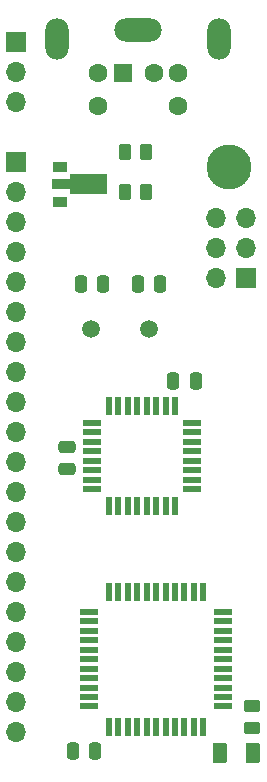
<source format=gbr>
%TF.GenerationSoftware,KiCad,Pcbnew,(6.0.7)*%
%TF.CreationDate,2023-01-02T00:51:12+00:00*%
%TF.ProjectId,CPC464-2MINIPS2,43504334-3634-42d3-924d-494e49505332,rev?*%
%TF.SameCoordinates,Original*%
%TF.FileFunction,Soldermask,Top*%
%TF.FilePolarity,Negative*%
%FSLAX46Y46*%
G04 Gerber Fmt 4.6, Leading zero omitted, Abs format (unit mm)*
G04 Created by KiCad (PCBNEW (6.0.7)) date 2023-01-02 00:51:12*
%MOMM*%
%LPD*%
G01*
G04 APERTURE LIST*
G04 Aperture macros list*
%AMRoundRect*
0 Rectangle with rounded corners*
0 $1 Rounding radius*
0 $2 $3 $4 $5 $6 $7 $8 $9 X,Y pos of 4 corners*
0 Add a 4 corners polygon primitive as box body*
4,1,4,$2,$3,$4,$5,$6,$7,$8,$9,$2,$3,0*
0 Add four circle primitives for the rounded corners*
1,1,$1+$1,$2,$3*
1,1,$1+$1,$4,$5*
1,1,$1+$1,$6,$7*
1,1,$1+$1,$8,$9*
0 Add four rect primitives between the rounded corners*
20,1,$1+$1,$2,$3,$4,$5,0*
20,1,$1+$1,$4,$5,$6,$7,0*
20,1,$1+$1,$6,$7,$8,$9,0*
20,1,$1+$1,$8,$9,$2,$3,0*%
%AMFreePoly0*
4,1,9,3.862500,-0.866500,0.737500,-0.866500,0.737500,-0.450000,-0.737500,-0.450000,-0.737500,0.450000,0.737500,0.450000,0.737500,0.866500,3.862500,0.866500,3.862500,-0.866500,3.862500,-0.866500,$1*%
G04 Aperture macros list end*
%ADD10RoundRect,0.250000X0.450000X-0.262500X0.450000X0.262500X-0.450000X0.262500X-0.450000X-0.262500X0*%
%ADD11RoundRect,0.250000X0.375000X0.625000X-0.375000X0.625000X-0.375000X-0.625000X0.375000X-0.625000X0*%
%ADD12RoundRect,0.250000X0.250000X0.475000X-0.250000X0.475000X-0.250000X-0.475000X0.250000X-0.475000X0*%
%ADD13C,3.800000*%
%ADD14C,1.500000*%
%ADD15RoundRect,0.250000X-0.262500X-0.450000X0.262500X-0.450000X0.262500X0.450000X-0.262500X0.450000X0*%
%ADD16RoundRect,0.250000X0.262500X0.450000X-0.262500X0.450000X-0.262500X-0.450000X0.262500X-0.450000X0*%
%ADD17R,1.300000X0.900000*%
%ADD18FreePoly0,0.000000*%
%ADD19R,1.600000X1.600000*%
%ADD20C,1.600000*%
%ADD21O,4.000000X2.000000*%
%ADD22O,2.000000X3.500000*%
%ADD23R,1.700000X1.700000*%
%ADD24O,1.700000X1.700000*%
%ADD25R,1.500000X0.550000*%
%ADD26R,0.550000X1.500000*%
%ADD27R,1.600000X0.550000*%
%ADD28R,0.550000X1.600000*%
%ADD29RoundRect,0.250000X-0.475000X0.250000X-0.475000X-0.250000X0.475000X-0.250000X0.475000X0.250000X0*%
%ADD30RoundRect,0.250000X-0.250000X-0.475000X0.250000X-0.475000X0.250000X0.475000X-0.250000X0.475000X0*%
G04 APERTURE END LIST*
D10*
%TO.C,R809*%
X62590000Y-94502500D03*
X62590000Y-92677500D03*
%TD*%
D11*
%TO.C,D810*%
X62720000Y-96640000D03*
X59920000Y-96640000D03*
%TD*%
D12*
%TO.C,C807*%
X49360000Y-96460000D03*
X47460000Y-96460000D03*
%TD*%
D13*
%TO.C,H9*%
X60629800Y-46990000D03*
%TD*%
D14*
%TO.C,Y800*%
X53900000Y-60750000D03*
X49020000Y-60750000D03*
%TD*%
D15*
%TO.C,R808*%
X51837500Y-45750000D03*
X53662500Y-45750000D03*
%TD*%
D16*
%TO.C,R804*%
X53662500Y-49100000D03*
X51837500Y-49100000D03*
%TD*%
D17*
%TO.C,Q800*%
X46400000Y-47000000D03*
D18*
X46487500Y-48500000D03*
D17*
X46400000Y-50000000D03*
%TD*%
D19*
%TO.C,J804*%
X51690000Y-39075000D03*
D20*
X54290000Y-39075000D03*
X49590000Y-39075000D03*
X56390000Y-39075000D03*
X49590000Y-41875000D03*
X56390000Y-41875000D03*
D21*
X52990000Y-35425000D03*
D22*
X59840000Y-36225000D03*
X46140000Y-36225000D03*
%TD*%
D23*
%TO.C,J800*%
X62125000Y-56425000D03*
D24*
X59585000Y-56425000D03*
X62125000Y-53885000D03*
X59585000Y-53885000D03*
X62125000Y-51345000D03*
X59585000Y-51345000D03*
%TD*%
D25*
%TO.C,IC803*%
X48800000Y-84700000D03*
X48800000Y-85500000D03*
X48800000Y-86300000D03*
X48800000Y-87100000D03*
X48800000Y-87900000D03*
X48800000Y-88700000D03*
X48800000Y-89500000D03*
X48800000Y-90300000D03*
X48800000Y-91100000D03*
X48800000Y-91900000D03*
X48800000Y-92700000D03*
D26*
X50500000Y-94400000D03*
X51300000Y-94400000D03*
X52100000Y-94400000D03*
X52900000Y-94400000D03*
X53700000Y-94400000D03*
X54500000Y-94400000D03*
X55300000Y-94400000D03*
X56100000Y-94400000D03*
X56900000Y-94400000D03*
X57700000Y-94400000D03*
X58500000Y-94400000D03*
D25*
X60200000Y-92700000D03*
X60200000Y-91900000D03*
X60200000Y-91100000D03*
X60200000Y-90300000D03*
X60200000Y-89500000D03*
X60200000Y-88700000D03*
X60200000Y-87900000D03*
X60200000Y-87100000D03*
X60200000Y-86300000D03*
X60200000Y-85500000D03*
X60200000Y-84700000D03*
D26*
X58500000Y-83000000D03*
X57700000Y-83000000D03*
X56900000Y-83000000D03*
X56100000Y-83000000D03*
X55300000Y-83000000D03*
X54500000Y-83000000D03*
X53700000Y-83000000D03*
X52900000Y-83000000D03*
X52100000Y-83000000D03*
X51300000Y-83000000D03*
X50500000Y-83000000D03*
%TD*%
D27*
%TO.C,IC800*%
X49050000Y-68700000D03*
X49050000Y-69500000D03*
X49050000Y-70300000D03*
X49050000Y-71100000D03*
X49050000Y-71900000D03*
X49050000Y-72700000D03*
X49050000Y-73500000D03*
X49050000Y-74300000D03*
D28*
X50500000Y-75750000D03*
X51300000Y-75750000D03*
X52100000Y-75750000D03*
X52900000Y-75750000D03*
X53700000Y-75750000D03*
X54500000Y-75750000D03*
X55300000Y-75750000D03*
X56100000Y-75750000D03*
D27*
X57550000Y-74300000D03*
X57550000Y-73500000D03*
X57550000Y-72700000D03*
X57550000Y-71900000D03*
X57550000Y-71100000D03*
X57550000Y-70300000D03*
X57550000Y-69500000D03*
X57550000Y-68700000D03*
D28*
X56100000Y-67250000D03*
X55300000Y-67250000D03*
X54500000Y-67250000D03*
X53700000Y-67250000D03*
X52900000Y-67250000D03*
X52100000Y-67250000D03*
X51300000Y-67250000D03*
X50500000Y-67250000D03*
%TD*%
D29*
%TO.C,C806*%
X46950000Y-70700000D03*
X46950000Y-72600000D03*
%TD*%
D12*
%TO.C,C802*%
X57850000Y-65150000D03*
X55950000Y-65150000D03*
%TD*%
D30*
%TO.C,C801*%
X50000000Y-56900000D03*
X48100000Y-56900000D03*
%TD*%
D12*
%TO.C,C800*%
X54850000Y-56900000D03*
X52950000Y-56900000D03*
%TD*%
D23*
%TO.C,CP002*%
X42672000Y-46634400D03*
D24*
X42672000Y-49174400D03*
X42672000Y-51714400D03*
X42672000Y-54254400D03*
X42672000Y-56794400D03*
X42672000Y-59334400D03*
X42672000Y-61874400D03*
X42672000Y-64414400D03*
X42672000Y-66954400D03*
X42672000Y-69494400D03*
X42672000Y-72034400D03*
X42672000Y-74574400D03*
X42672000Y-77114400D03*
X42672000Y-79654400D03*
X42672000Y-82194400D03*
X42672000Y-84734400D03*
X42672000Y-87274400D03*
X42672000Y-89814400D03*
X42672000Y-92354400D03*
X42672000Y-94894400D03*
%TD*%
D23*
%TO.C,J105*%
X42672000Y-36474400D03*
D24*
X42672000Y-39014400D03*
X42672000Y-41554400D03*
%TD*%
M02*

</source>
